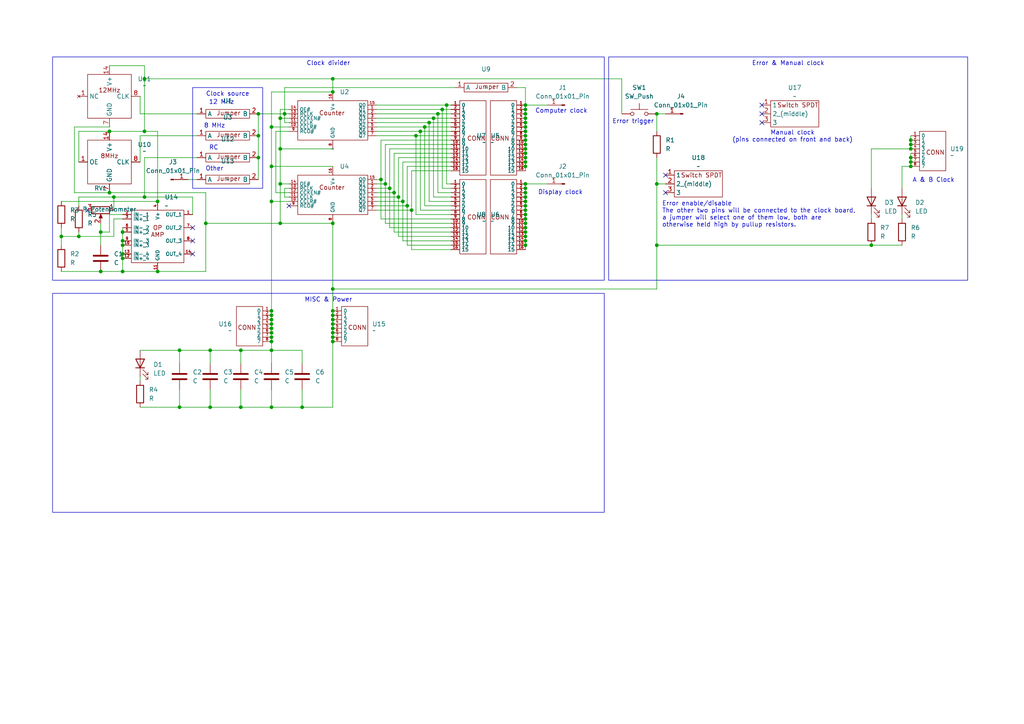
<source format=kicad_sch>
(kicad_sch (version 20231120) (generator "eeschema") (generator_version "8.0")
  (paper "A4")
  (lib_symbols
    (symbol "Connector:Conn_01x01_Pin" (pin_names (offset 1.016) hide)
      (property "Reference" "J" (at 0 2.54 0))
      (property "Value" "Conn_01x01_Pin" (at 0 -2.54 0))
      (symbol "Conn_01x01_Pin_1_1"
        (polyline (pts (xy 1.27 0) (xy 0.8636 0)) (stroke (width 0.1524)))
        (rectangle (start 0.8636 0.127) (end 0 -0.127) (stroke (width 0.1524)) (fill (type outline)))
        (pin passive line (at 5.08 0 180) (length 3.81) (name "Pin_1") (number "1"))
      )
    )
    (symbol "Device:C" (pin_numbers hide) (pin_names (offset 0.254))
      (property "Reference" "C" (at 0.635 2.54 0))
      (property "Value" "C" (at 0.635 -2.54 0))
      (symbol "C_0_1"
        (polyline (pts (xy -2.032 -0.762) (xy 2.032 -0.762)) (stroke (width 0.508)))
        (polyline (pts (xy -2.032 0.762) (xy 2.032 0.762)) (stroke (width 0.508)))
      )
      (symbol "C_1_1"
        (pin passive line (at 0 3.81 270) (length 2.794) (name "~") (number "1"))
        (pin passive line (at 0 -3.81 90) (length 2.794) (name "~") (number "2"))
      )
    )
    (symbol "Device:LED" (pin_numbers hide) (pin_names (offset 1.016) hide)
      (property "Reference" "D" (at 0 2.54 0))
      (property "Value" "LED" (at 0 -2.54 0))
      (symbol "LED_0_1"
        (polyline (pts (xy -1.27 -1.27) (xy -1.27 1.27)) (stroke (width 0.254)))
        (polyline (pts (xy -1.27 0) (xy 1.27 0)))
        (polyline (pts (xy 1.27 -1.27) (xy 1.27 1.27) (xy -1.27 0) (xy 1.27 -1.27)) (stroke (width 0.254)))
        (polyline (pts (xy -3.048 -0.762) (xy -4.572 -2.286) (xy -3.81 -2.286) (xy -4.572 -2.286) (xy -4.572 -1.524)))
        (polyline (pts (xy -1.778 -0.762) (xy -3.302 -2.286) (xy -2.54 -2.286) (xy -3.302 -2.286) (xy -3.302 -1.524)))
      )
      (symbol "LED_1_1"
        (pin passive line (at -3.81 0 0) (length 2.54) (name "K") (number "1"))
        (pin passive line (at 3.81 0 180) (length 2.54) (name "A") (number "2"))
      )
    )
    (symbol "Device:R" (pin_numbers hide) (pin_names (offset 0))
      (property "Reference" "R" (at 2.032 0 90))
      (property "Value" "R" (at 0 0 90))
      (symbol "R_0_1"
        (rectangle (start -1.016 -2.54) (end 1.016 2.54) (stroke (width 0.254)))
      )
      (symbol "R_1_1"
        (pin passive line (at 0 3.81 270) (length 1.27) (name "~") (number "1"))
        (pin passive line (at 0 -3.81 90) (length 1.27) (name "~") (number "2"))
      )
    )
    (symbol "Device:R_Potentiometer" (pin_names (offset 1.016) hide)
      (property "Reference" "RV" (at -4.445 0 90))
      (property "Value" "R_Potentiometer" (at -2.54 0 90))
      (symbol "R_Potentiometer_0_1"
        (polyline (pts (xy 2.54 0) (xy 1.524 0)))
        (polyline (pts (xy 1.143 0) (xy 2.286 0.508) (xy 2.286 -0.508) (xy 1.143 0)) (fill (type outline)))
        (rectangle (start 1.016 2.54) (end -1.016 -2.54) (stroke (width 0.254)))
      )
      (symbol "R_Potentiometer_1_1"
        (pin passive line (at 0 3.81 270) (length 1.27) (name "1") (number "1"))
        (pin passive line (at 3.81 0 180) (length 1.27) (name "2") (number "2"))
        (pin passive line (at 0 -3.81 90) (length 1.27) (name "3") (number "3"))
      )
    )
    (symbol "Switch:SW_Push" (pin_numbers hide) (pin_names (offset 1.016) hide)
      (property "Reference" "SW" (at 1.27 2.54 0))
      (property "Value" "SW_Push" (at 0 -1.524 0))
      (symbol "SW_Push_0_1"
        (circle (center -2.032 0) (radius 0.508))
        (polyline (pts (xy 0 1.27) (xy 0 3.048)))
        (polyline (pts (xy 2.54 1.27) (xy -2.54 1.27)))
        (circle (center 2.032 0) (radius 0.508))
        (pin passive line (at -5.08 0 0) (length 2.54) (name "1") (number "1"))
        (pin passive line (at 5.08 0 180) (length 2.54) (name "2") (number "2"))
      )
    )
    (symbol "custom_symbol_lib:8_bit_counter"
      (property "Reference" "U" (at 0 0.254 0))
      (symbol "8_bit_counter_0_1"
        (rectangle (start -10.16 6.35) (end 10.16 -5.08))
      )
      (symbol "8_bit_counter_1_1"
        (text "Counter" (at -0.254 2.794 0) (effects (font (size 1.27 1.27))))
        (pin output line (at 12.7 3.81 180) (length 2.54) (name "Q1") (number "1"))
        (pin input line (at -12.7 -1.27 0) (length 2.54) (name "CCLR#") (number "10"))
        (pin input line (at -12.7 0 0) (length 2.54) (name "CCLK") (number "11"))
        (pin input line (at -12.7 1.27 0) (length 2.54) (name "CCKEN#") (number "12"))
        (pin input line (at -12.7 2.54 0) (length 2.54) (name "RCLK") (number "13"))
        (pin input line (at -12.7 3.81 0) (length 2.54) (name "OE#") (number "14"))
        (pin output line (at 12.7 5.08 180) (length 2.54) (name "Q0") (number "15"))
        (pin power_in line (at 0 8.89 270) (length 2.54) (name "V+") (number "16"))
        (pin output line (at 12.7 2.54 180) (length 2.54) (name "Q2") (number "2"))
        (pin output line (at 12.7 1.27 180) (length 2.54) (name "Q3") (number "3"))
        (pin output line (at 12.7 0 180) (length 2.54) (name "Q4") (number "4"))
        (pin output line (at 12.7 -1.27 180) (length 2.54) (name "Q5") (number "5"))
        (pin output line (at 12.7 -2.54 180) (length 2.54) (name "Q6") (number "6"))
        (pin output line (at 12.7 -3.81 180) (length 2.54) (name "Q7") (number "7"))
        (pin power_in line (at 0 -7.62 90) (length 2.54) (name "GND") (number "8"))
        (pin output line (at -12.7 -2.54 0) (length 2.54) (name "RCO#") (number "9"))
      )
    )
    (symbol "custom_symbol_lib:OP_AMP_quad"
      (property "Reference" "U" (at -0.254 -2.54 0))
      (symbol "OP_AMP_quad_1_1"
        (rectangle (start -7.62 7.62) (end 7.62 -7.62))
        (text "OP\nAMP" (at 0 1.524 0) (effects (font (size 1.27 1.27))))
        (pin output line (at 10.16 6.35 180) (length 2.54) (name "OUT_1") (number "1"))
        (pin input line (at -10.16 -2.54 0) (length 2.54) (name "IN+_3") (number "10"))
        (pin power_in line (at 0 -10.16 90) (length 2.54) (name "GND") (number "11"))
        (pin input line (at -10.16 -6.35 0) (length 2.54) (name "IN+_4") (number "12"))
        (pin input line (at -10.16 -5.08 0) (length 2.54) (name "IN-_4") (number "13"))
        (pin output line (at 10.16 -5.08 180) (length 2.54) (name "OUT_4") (number "14"))
        (pin input line (at -10.16 6.35 0) (length 2.54) (name "IN-_1") (number "2"))
        (pin input line (at -10.16 5.08 0) (length 2.54) (name "IN+_1") (number "3"))
        (pin power_in line (at 0 10.16 270) (length 2.54) (name "V+") (number "4"))
        (pin input line (at -10.16 1.27 0) (length 2.54) (name "IN+_2") (number "5"))
        (pin input line (at -10.16 2.54 0) (length 2.54) (name "IN-_2") (number "6"))
        (pin output line (at 10.16 2.54 180) (length 2.54) (name "OUT_2") (number "7"))
        (pin output line (at 10.16 -1.27 180) (length 2.54) (name "OUT_3") (number "8"))
        (pin input line (at -10.16 -1.27 0) (length 2.54) (name "IN-_3") (number "9"))
      )
    )
    (symbol "custom_symbol_lib:clock_12_mhz"
      (property "Reference" "U" (at 0 0 0))
      (symbol "clock_12_mhz_0_1"
        (rectangle (start -6.35 6.35) (end 6.35 -6.35))
      )
      (symbol "clock_12_mhz_1_1"
        (text "12MHz" (at 0 1.778 0) (effects (font (size 1.27 1.27))))
        (pin no_connect line (at -8.89 0 0) (length 2.54) (name "NC") (number "1"))
        (pin power_in line (at 0 8.89 270) (length 2.54) (name "V+") (number "14"))
        (pin power_in line (at 0 -8.89 90) (length 2.54) (name "GND") (number "7"))
        (pin output line (at 8.89 0 180) (length 2.54) (name "CLK") (number "8"))
      )
    )
    (symbol "custom_symbol_lib:clock_8_mhz"
      (property "Reference" "U" (at 4.064 -4.064 0))
      (symbol "clock_8_mhz_0_1"
        (rectangle (start -6.35 6.35) (end 6.35 -6.35))
      )
      (symbol "clock_8_mhz_1_1"
        (text "8MHz" (at 0 1.778 0) (effects (font (size 1.27 1.27))))
        (pin input line (at -8.89 0 0) (length 2.54) (name "OE") (number "1"))
        (pin power_in line (at 0 8.89 270) (length 2.54) (name "V+") (number "14"))
        (pin power_in line (at 0 -8.89 90) (length 2.54) (name "GND") (number "7"))
        (pin output line (at 8.89 0 180) (length 2.54) (name "CLK") (number "8"))
      )
    )
    (symbol "custom_symbol_lib:connector_16_bit"
      (property "Reference" "U" (at 3.048 -2.032 0))
      (symbol "connector_16_bit_0_1"
        (rectangle (start -1.27 11.43) (end 6.35 -10.16))
      )
      (symbol "connector_16_bit_1_1"
        (text "CONN" (at 3.556 0.508 0) (effects (font (size 1.27 1.27))))
        (pin input line (at -3.81 10.16 0) (length 2.54) (name "0") (number "1"))
        (pin input line (at -3.81 -1.27 0) (length 2.54) (name "9") (number "10"))
        (pin input line (at -3.81 -2.54 0) (length 2.54) (name "10") (number "11"))
        (pin input line (at -3.81 -3.81 0) (length 2.54) (name "11") (number "12"))
        (pin input line (at -3.81 -5.08 0) (length 2.54) (name "12") (number "13"))
        (pin input line (at -3.81 -6.35 0) (length 2.54) (name "13") (number "14"))
        (pin input line (at -3.81 -7.62 0) (length 2.54) (name "14") (number "15"))
        (pin input line (at -3.81 -8.89 0) (length 2.54) (name "15") (number "16"))
        (pin input line (at -3.81 8.89 0) (length 2.54) (name "1") (number "2"))
        (pin input line (at -3.81 7.62 0) (length 2.54) (name "2") (number "3"))
        (pin input line (at -3.81 6.35 0) (length 2.54) (name "3") (number "4"))
        (pin input line (at -3.81 5.08 0) (length 2.54) (name "4") (number "5"))
        (pin input line (at -3.81 3.81 0) (length 2.54) (name "5") (number "6"))
        (pin input line (at -3.81 2.54 0) (length 2.54) (name "6") (number "7"))
        (pin input line (at -3.81 1.27 0) (length 2.54) (name "7") (number "8"))
        (pin input line (at -3.81 0 0) (length 2.54) (name "8") (number "9"))
      )
    )
    (symbol "custom_symbol_lib:connector_8_bit"
      (property "Reference" "U" (at 2.032 -2.032 0))
      (symbol "connector_8_bit_0_1"
        (rectangle (start -1.27 6.35) (end 6.35 -5.08))
      )
      (symbol "connector_8_bit_1_1"
        (text "CONN" (at 3.302 0.254 0) (effects (font (size 1.27 1.27))))
        (pin input line (at -3.81 5.08 0) (length 2.54) (name "0") (number "1"))
        (pin input line (at -3.81 3.81 0) (length 2.54) (name "1") (number "2"))
        (pin input line (at -3.81 2.54 0) (length 2.54) (name "2") (number "3"))
        (pin input line (at -3.81 1.27 0) (length 2.54) (name "3") (number "4"))
        (pin input line (at -3.81 0 0) (length 2.54) (name "4") (number "5"))
        (pin input line (at -3.81 -1.27 0) (length 2.54) (name "5") (number "6"))
        (pin input line (at -3.81 -2.54 0) (length 2.54) (name "6") (number "7"))
        (pin input line (at -3.81 -3.81 0) (length 2.54) (name "7") (number "8"))
      )
    )
    (symbol "custom_symbol_lib:jumper_simple"
      (property "Reference" "U" (at 7.366 -1.27 0))
      (symbol "jumper_simple_1_1"
        (rectangle (start -6.35 1.27) (end 6.35 -1.27))
        (text "Jumper" (at 0.254 0.254 0) (effects (font (size 1.27 1.27))))
        (pin bidirectional line (at -8.89 0 0) (length 2.54) (name "A") (number "1"))
        (pin bidirectional line (at 8.89 0 180) (length 2.54) (name "B") (number "2"))
      )
    )
    (symbol "custom_symbol_lib:switch_SPDT"
      (property "Reference" "U" (at 0.508 -2.54 0))
      (symbol "switch_SPDT_0_1"
        (rectangle (start -6.35 3.81) (end 7.62 -3.81))
      )
      (symbol "switch_SPDT_1_1"
        (text "Switch SPDT" (at -0.254 2.54 0) (effects (font (size 1.27 1.27))))
        (pin bidirectional line (at 10.16 2.54 180) (length 2.54) (name "1") (number "1"))
        (pin output line (at 10.16 0 180) (length 2.54) (name "2_(middle)") (number "2"))
        (pin bidirectional line (at 10.16 -2.54 180) (length 2.54) (name "3") (number "3"))
      )
    )
  )
  (junction (at 60.96 101.6))
  (junction (at 152.4 57.15))
  (junction (at 59.69 64.77))
  (junction (at 29.21 78.74))
  (junction (at 35.56 69.85))
  (junction (at 45.72 78.74))
  (junction (at 113.03 54.61))
  (junction (at 74.93 45.72))
  (junction (at 35.56 67.31))
  (junction (at 78.74 97.79))
  (junction (at 129.54 30.48))
  (junction (at 264.16 48.26))
  (junction (at 78.74 101.6))
  (junction (at 152.4 60.96))
  (junction (at 52.07 101.6))
  (junction (at 252.73 71.12))
  (junction (at 152.4 36.83))
  (junction (at 82.55 33.02))
  (junction (at 264.16 41.91))
  (junction (at 123.19 36.83))
  (junction (at 41.91 38.1))
  (junction (at 41.91 57.15))
  (junction (at 152.4 59.69))
  (junction (at 110.49 52.07))
  (junction (at 96.52 22.86))
  (junction (at 45.72 58.42))
  (junction (at 152.4 64.77))
  (junction (at 78.74 96.52))
  (junction (at 119.38 60.96))
  (junction (at 96.52 95.25))
  (junction (at 190.5 53.34))
  (junction (at 115.57 57.15))
  (junction (at 190.5 33.02))
  (junction (at 74.93 33.02))
  (junction (at 81.28 53.34))
  (junction (at 96.52 91.44))
  (junction (at 152.4 41.91))
  (junction (at 35.56 74.93))
  (junction (at 152.4 58.42))
  (junction (at 78.74 99.06))
  (junction (at 152.4 38.1))
  (junction (at 96.52 97.79))
  (junction (at 152.4 67.31))
  (junction (at 152.4 31.75))
  (junction (at 78.74 118.11))
  (junction (at 41.91 22.86))
  (junction (at 152.4 62.23))
  (junction (at 78.74 90.17))
  (junction (at 152.4 44.45))
  (junction (at 22.86 68.58))
  (junction (at 78.74 58.42))
  (junction (at 152.4 33.02))
  (junction (at 78.74 36.83))
  (junction (at 78.74 95.25))
  (junction (at 152.4 34.29))
  (junction (at 152.4 45.72))
  (junction (at 60.96 118.11))
  (junction (at 152.4 35.56))
  (junction (at 152.4 68.58))
  (junction (at 152.4 54.61))
  (junction (at 35.56 78.74))
  (junction (at 190.5 71.12))
  (junction (at 120.65 39.37))
  (junction (at 264.16 43.18))
  (junction (at 78.74 92.71))
  (junction (at 29.21 67.31))
  (junction (at 78.74 93.98))
  (junction (at 96.52 90.17))
  (junction (at 152.4 69.85))
  (junction (at 152.4 63.5))
  (junction (at 87.63 118.11))
  (junction (at 114.3 55.88))
  (junction (at 264.16 45.72))
  (junction (at 31.75 38.1))
  (junction (at 152.4 66.04))
  (junction (at 125.73 34.29))
  (junction (at 264.16 46.99))
  (junction (at 152.4 55.88))
  (junction (at 96.52 93.98))
  (junction (at 96.52 92.71))
  (junction (at 74.93 39.37))
  (junction (at 17.78 68.58))
  (junction (at 81.28 64.77))
  (junction (at 69.85 118.11))
  (junction (at 152.4 48.26))
  (junction (at 121.92 38.1))
  (junction (at 118.11 59.69))
  (junction (at 69.85 101.6))
  (junction (at 152.4 71.12))
  (junction (at 96.52 99.06))
  (junction (at 96.52 96.52))
  (junction (at 127 33.02))
  (junction (at 96.52 26.67))
  (junction (at 78.74 48.26))
  (junction (at 31.75 55.88))
  (junction (at 96.52 64.77))
  (junction (at 35.56 73.66))
  (junction (at 152.4 46.99))
  (junction (at 152.4 43.18))
  (junction (at 78.74 91.44))
  (junction (at 96.52 83.82))
  (junction (at 81.28 43.18))
  (junction (at 152.4 30.48))
  (junction (at 124.46 35.56))
  (junction (at 152.4 39.37))
  (junction (at 81.28 34.29))
  (junction (at 152.4 53.34))
  (junction (at 35.56 71.12))
  (junction (at 128.27 31.75))
  (junction (at 33.02 57.15))
  (junction (at 264.16 40.64))
  (junction (at 111.76 53.34))
  (junction (at 52.07 118.11))
  (junction (at 152.4 40.64))
  (junction (at 116.84 58.42))
  (no_connect (at 55.88 73.66))
  (no_connect (at 55.88 66.04))
  (no_connect (at 193.04 50.8))
  (no_connect (at 220.98 35.56))
  (no_connect (at 55.88 69.85))
  (no_connect (at 220.98 30.48))
  (no_connect (at 83.82 59.69))
  (no_connect (at 25.4 60.96))
  (no_connect (at 193.04 55.88))
  (no_connect (at 220.98 33.02))
  (wire (pts (xy 69.85 118.11) (xy 78.74 118.11)))
  (wire (pts (xy 60.96 118.11) (xy 69.85 118.11)))
  (wire (pts (xy 78.74 26.67) (xy 96.52 26.67)))
  (wire (pts (xy 130.81 45.72) (xy 115.57 45.72)))
  (wire (pts (xy 152.4 60.96) (xy 152.4 62.23)))
  (wire (pts (xy 41.91 19.05) (xy 31.75 19.05)))
  (wire (pts (xy 130.81 58.42) (xy 124.46 58.42)))
  (wire (pts (xy 96.52 64.77) (xy 96.52 83.82)))
  (wire (pts (xy 31.75 36.83) (xy 21.59 36.83)))
  (wire (pts (xy 120.65 39.37) (xy 130.81 39.37)))
  (wire (pts (xy 152.4 59.69) (xy 152.4 60.96)))
  (wire (pts (xy 111.76 53.34) (xy 111.76 64.77)))
  (wire (pts (xy 78.74 113.03) (xy 78.74 118.11)))
  (wire (pts (xy 130.81 48.26) (xy 118.11 48.26)))
  (wire (pts (xy 22.86 67.31) (xy 22.86 68.58)))
  (wire (pts (xy 40.64 39.37) (xy 40.64 46.99)))
  (wire (pts (xy 261.62 62.23) (xy 261.62 63.5)))
  (wire (pts (xy 118.11 71.12) (xy 118.11 59.69)))
  (wire (pts (xy 80.01 38.1) (xy 80.01 55.88)))
  (wire (pts (xy 152.4 44.45) (xy 152.4 45.72)))
  (wire (pts (xy 130.81 40.64) (xy 110.49 40.64)))
  (wire (pts (xy 31.75 55.88) (xy 59.69 55.88)))
  (wire (pts (xy 129.54 53.34) (xy 129.54 30.48)))
  (wire (pts (xy 80.01 55.88) (xy 83.82 55.88)))
  (wire (pts (xy 22.86 57.15) (xy 33.02 57.15)))
  (wire (pts (xy 114.3 55.88) (xy 114.3 67.31)))
  (wire (pts (xy 116.84 58.42) (xy 116.84 46.99)))
  (wire (pts (xy 78.74 95.25) (xy 78.74 96.52)))
  (wire (pts (xy 96.52 43.18) (xy 81.28 43.18)))
  (wire (pts (xy 130.81 53.34) (xy 129.54 53.34)))
  (wire (pts (xy 118.11 48.26) (xy 118.11 59.69)))
  (wire (pts (xy 35.56 78.74) (xy 45.72 78.74)))
  (wire (pts (xy 152.4 40.64) (xy 152.4 41.91)))
  (wire (pts (xy 82.55 35.56) (xy 83.82 35.56)))
  (wire (pts (xy 152.4 45.72) (xy 152.4 46.99)))
  (wire (pts (xy 109.22 38.1) (xy 121.92 38.1)))
  (wire (pts (xy 41.91 57.15) (xy 55.88 57.15)))
  (wire (pts (xy 109.22 36.83) (xy 123.19 36.83)))
  (wire (pts (xy 83.82 58.42) (xy 78.74 58.42)))
  (wire (pts (xy 57.15 39.37) (xy 40.64 39.37)))
  (wire (pts (xy 74.93 33.02) (xy 74.93 39.37)))
  (wire (pts (xy 127 55.88) (xy 127 33.02)))
  (wire (pts (xy 124.46 35.56) (xy 130.81 35.56)))
  (wire (pts (xy 59.69 64.77) (xy 59.69 78.74)))
  (wire (pts (xy 152.4 25.4) (xy 149.86 25.4)))
  (wire (pts (xy 120.65 62.23) (xy 130.81 62.23)))
  (wire (pts (xy 96.52 83.82) (xy 190.5 83.82)))
  (wire (pts (xy 78.74 58.42) (xy 78.74 48.26)))
  (wire (pts (xy 96.52 99.06) (xy 96.52 118.11)))
  (wire (pts (xy 116.84 58.42) (xy 116.84 69.85)))
  (wire (pts (xy 115.57 45.72) (xy 115.57 57.15)))
  (wire (pts (xy 180.34 33.02) (xy 180.34 22.86)))
  (wire (pts (xy 74.93 39.37) (xy 74.93 45.72)))
  (wire (pts (xy 116.84 46.99) (xy 130.81 46.99)))
  (wire (pts (xy 264.16 40.64) (xy 264.16 41.91)))
  (wire (pts (xy 111.76 53.34) (xy 111.76 41.91)))
  (wire (pts (xy 114.3 44.45) (xy 130.81 44.45)))
  (wire (pts (xy 119.38 60.96) (xy 119.38 49.53)))
  (wire (pts (xy 35.56 66.04) (xy 35.56 67.31)))
  (wire (pts (xy 109.22 58.42) (xy 116.84 58.42)))
  (wire (pts (xy 35.56 73.66) (xy 35.56 74.93)))
  (wire (pts (xy 81.28 53.34) (xy 83.82 53.34)))
  (wire (pts (xy 190.5 71.12) (xy 190.5 83.82)))
  (wire (pts (xy 130.81 63.5) (xy 110.49 63.5)))
  (wire (pts (xy 57.15 33.02) (xy 40.64 33.02)))
  (wire (pts (xy 190.5 53.34) (xy 190.5 71.12)))
  (wire (pts (xy 41.91 22.86) (xy 96.52 22.86)))
  (wire (pts (xy 115.57 57.15) (xy 109.22 57.15)))
  (wire (pts (xy 152.4 30.48) (xy 152.4 31.75)))
  (wire (pts (xy 109.22 33.02) (xy 127 33.02)))
  (wire (pts (xy 78.74 99.06) (xy 78.74 101.6)))
  (wire (pts (xy 152.4 57.15) (xy 152.4 58.42)))
  (wire (pts (xy 111.76 41.91) (xy 130.81 41.91)))
  (wire (pts (xy 41.91 22.86) (xy 41.91 19.05)))
  (wire (pts (xy 264.16 46.99) (xy 264.16 48.26)))
  (wire (pts (xy 152.4 35.56) (xy 152.4 36.83)))
  (wire (pts (xy 96.52 99.06) (xy 96.52 97.79)))
  (wire (pts (xy 78.74 92.71) (xy 78.74 91.44)))
  (wire (pts (xy 35.56 63.5) (xy 33.02 63.5)))
  (wire (pts (xy 83.82 33.02) (xy 82.55 33.02)))
  (wire (pts (xy 83.82 54.61) (xy 82.55 54.61)))
  (wire (pts (xy 60.96 101.6) (xy 60.96 105.41)))
  (wire (pts (xy 35.56 71.12) (xy 35.56 73.66)))
  (wire (pts (xy 125.73 57.15) (xy 130.81 57.15)))
  (wire (pts (xy 261.62 48.26) (xy 264.16 48.26)))
  (wire (pts (xy 78.74 101.6) (xy 78.74 105.41)))
  (wire (pts (xy 113.03 54.61) (xy 109.22 54.61)))
  (wire (pts (xy 96.52 118.11) (xy 87.63 118.11)))
  (wire (pts (xy 252.73 71.12) (xy 261.62 71.12)))
  (wire (pts (xy 264.16 41.91) (xy 264.16 43.18)))
  (wire (pts (xy 152.4 34.29) (xy 152.4 35.56)))
  (wire (pts (xy 130.81 60.96) (xy 121.92 60.96)))
  (wire (pts (xy 124.46 58.42) (xy 124.46 35.56)))
  (wire (pts (xy 17.78 58.42) (xy 45.72 58.42)))
  (wire (pts (xy 252.73 43.18) (xy 264.16 43.18)))
  (wire (pts (xy 109.22 60.96) (xy 119.38 60.96)))
  (wire (pts (xy 96.52 90.17) (xy 96.52 91.44)))
  (wire (pts (xy 110.49 63.5) (xy 110.49 52.07)))
  (wire (pts (xy 113.03 43.18) (xy 113.03 54.61)))
  (wire (pts (xy 87.63 105.41) (xy 87.63 101.6)))
  (wire (pts (xy 17.78 78.74) (xy 29.21 78.74)))
  (wire (pts (xy 21.59 55.88) (xy 31.75 55.88)))
  (wire (pts (xy 109.22 35.56) (xy 124.46 35.56)))
  (wire (pts (xy 190.5 45.72) (xy 190.5 53.34)))
  (wire (pts (xy 121.92 38.1) (xy 130.81 38.1)))
  (wire (pts (xy 59.69 55.88) (xy 59.69 64.77)))
  (wire (pts (xy 119.38 49.53) (xy 130.81 49.53)))
  (wire (pts (xy 52.07 118.11) (xy 60.96 118.11)))
  (wire (pts (xy 22.86 68.58) (xy 17.78 68.58)))
  (wire (pts (xy 22.86 68.58) (xy 33.02 68.58)))
  (wire (pts (xy 31.75 38.1) (xy 41.91 38.1)))
  (wire (pts (xy 110.49 40.64) (xy 110.49 52.07)))
  (wire (pts (xy 130.81 55.88) (xy 127 55.88)))
  (wire (pts (xy 152.4 55.88) (xy 152.4 57.15)))
  (wire (pts (xy 69.85 101.6) (xy 69.85 105.41)))
  (wire (pts (xy 190.5 33.02) (xy 193.04 33.02)))
  (wire (pts (xy 158.75 30.48) (xy 152.4 30.48)))
  (wire (pts (xy 130.81 66.04) (xy 113.03 66.04)))
  (wire (pts (xy 120.65 39.37) (xy 120.65 62.23)))
  (wire (pts (xy 115.57 68.58) (xy 115.57 57.15)))
  (wire (pts (xy 96.52 92.71) (xy 96.52 93.98)))
  (wire (pts (xy 78.74 118.11) (xy 87.63 118.11)))
  (wire (pts (xy 82.55 33.02) (xy 82.55 35.56)))
  (wire (pts (xy 78.74 48.26) (xy 78.74 36.83)))
  (wire (pts (xy 74.93 45.72) (xy 74.93 52.07)))
  (wire (pts (xy 123.19 59.69) (xy 130.81 59.69)))
  (wire (pts (xy 123.19 36.83) (xy 130.81 36.83)))
  (wire (pts (xy 74.93 33.02) (xy 82.55 33.02)))
  (wire (pts (xy 82.55 54.61) (xy 82.55 57.15)))
  (wire (pts (xy 52.07 113.03) (xy 52.07 118.11)))
  (wire (pts (xy 125.73 34.29) (xy 125.73 57.15)))
  (wire (pts (xy 81.28 31.75) (xy 81.28 34.29)))
  (wire (pts (xy 152.4 38.1) (xy 152.4 39.37)))
  (wire (pts (xy 152.4 68.58) (xy 152.4 69.85)))
  (wire (pts (xy 190.5 53.34) (xy 193.04 53.34)))
  (wire (pts (xy 113.03 66.04) (xy 113.03 54.61)))
  (wire (pts (xy 78.74 36.83) (xy 83.82 36.83)))
  (wire (pts (xy 152.4 46.99) (xy 152.4 48.26)))
  (wire (pts (xy 35.56 67.31) (xy 35.56 69.85)))
  (wire (pts (xy 152.4 54.61) (xy 152.4 55.88)))
  (wire (pts (xy 114.3 55.88) (xy 114.3 44.45)))
  (wire (pts (xy 128.27 54.61) (xy 130.81 54.61)))
  (wire (pts (xy 118.11 59.69) (xy 109.22 59.69)))
  (wire (pts (xy 127 33.02) (xy 130.81 33.02)))
  (wire (pts (xy 252.73 62.23) (xy 252.73 63.5)))
  (wire (pts (xy 132.08 25.4) (xy 82.55 25.4)))
  (wire (pts (xy 81.28 53.34) (xy 81.28 64.77)))
  (wire (pts (xy 152.4 58.42) (xy 152.4 59.69)))
  (wire (pts (xy 130.81 43.18) (xy 113.03 43.18)))
  (wire (pts (xy 180.34 22.86) (xy 96.52 22.86)))
  (wire (pts (xy 41.91 38.1) (xy 41.91 22.86)))
  (wire (pts (xy 152.4 63.5) (xy 152.4 64.77)))
  (wire (pts (xy 60.96 101.6) (xy 52.07 101.6)))
  (wire (pts (xy 54.61 52.07) (xy 57.15 52.07)))
  (wire (pts (xy 152.4 30.48) (xy 152.4 25.4)))
  (wire (pts (xy 45.72 38.1) (xy 41.91 38.1)))
  (wire (pts (xy 78.74 93.98) (xy 78.74 95.25)))
  (wire (pts (xy 96.52 96.52) (xy 96.52 97.79)))
  (wire (pts (xy 83.82 38.1) (xy 80.01 38.1)))
  (wire (pts (xy 81.28 43.18) (xy 81.28 53.34)))
  (wire (pts (xy 121.92 60.96) (xy 121.92 38.1)))
  (wire (pts (xy 31.75 62.23) (xy 31.75 67.31)))
  (wire (pts (xy 52.07 101.6) (xy 52.07 105.41)))
  (wire (pts (xy 96.52 93.98) (xy 96.52 95.25)))
  (wire (pts (xy 119.38 60.96) (xy 119.38 72.39)))
  (wire (pts (xy 35.56 69.85) (xy 35.56 71.12)))
  (wire (pts (xy 129.54 30.48) (xy 130.81 30.48)))
  (wire (pts (xy 152.4 66.04) (xy 152.4 67.31)))
  (wire (pts (xy 111.76 64.77) (xy 130.81 64.77)))
  (wire (pts (xy 152.4 31.75) (xy 152.4 33.02)))
  (wire (pts (xy 109.22 31.75) (xy 128.27 31.75)))
  (wire (pts (xy 78.74 93.98) (xy 78.74 92.71)))
  (wire (pts (xy 33.02 63.5) (xy 33.02 68.58)))
  (wire (pts (xy 45.72 78.74) (xy 59.69 78.74)))
  (wire (pts (xy 78.74 91.44) (xy 78.74 90.17)))
  (wire (pts (xy 252.73 54.61) (xy 252.73 43.18)))
  (wire (pts (xy 109.22 39.37) (xy 120.65 39.37)))
  (wire (pts (xy 152.4 48.26) (xy 152.4 49.53)))
  (wire (pts (xy 96.52 96.52) (xy 96.52 95.25)))
  (wire (pts (xy 128.27 31.75) (xy 128.27 54.61)))
  (wire (pts (xy 33.02 57.15) (xy 33.02 60.96)))
  (wire (pts (xy 96.52 91.44) (xy 96.52 92.71)))
  (wire (pts (xy 152.4 33.02) (xy 152.4 34.29)))
  (wire (pts (xy 41.91 45.72) (xy 41.91 57.15)))
  (wire (pts (xy 45.72 58.42) (xy 45.72 38.1)))
  (wire (pts (xy 152.4 41.91) (xy 152.4 43.18)))
  (wire (pts (xy 123.19 36.83) (xy 123.19 59.69)))
  (wire (pts (xy 264.16 45.72) (xy 264.16 46.99)))
  (wire (pts (xy 69.85 101.6) (xy 60.96 101.6)))
  (wire (pts (xy 152.4 36.83) (xy 152.4 38.1)))
  (wire (pts (xy 96.52 22.86) (xy 96.52 26.67)))
  (wire (pts (xy 152.4 53.34) (xy 152.4 54.61)))
  (wire (pts (xy 152.4 69.85) (xy 152.4 71.12)))
  (wire (pts (xy 78.74 58.42) (xy 78.74 90.17)))
  (wire (pts (xy 22.86 46.99) (xy 22.86 38.1)))
  (wire (pts (xy 78.74 99.06) (xy 78.74 97.79)))
  (wire (pts (xy 78.74 101.6) (xy 87.63 101.6)))
  (wire (pts (xy 152.4 62.23) (xy 152.4 63.5)))
  (wire (pts (xy 40.64 109.22) (xy 40.64 110.49)))
  (wire (pts (xy 81.28 64.77) (xy 96.52 64.77)))
  (wire (pts (xy 78.74 48.26) (xy 96.52 48.26)))
  (wire (pts (xy 152.4 43.18) (xy 152.4 44.45)))
  (wire (pts (xy 21.59 36.83) (xy 21.59 55.88)))
  (wire (pts (xy 119.38 72.39) (xy 130.81 72.39)))
  (wire (pts (xy 82.55 25.4) (xy 82.55 33.02)))
  (wire (pts (xy 130.81 71.12) (xy 118.11 71.12)))
  (wire (pts (xy 152.4 71.12) (xy 152.4 72.39)))
  (wire (pts (xy 152.4 64.77) (xy 152.4 66.04)))
  (wire (pts (xy 116.84 69.85) (xy 130.81 69.85)))
  (wire (pts (xy 261.62 54.61) (xy 261.62 48.26)))
  (wire (pts (xy 55.88 62.23) (xy 55.88 57.15)))
  (wire (pts (xy 69.85 113.03) (xy 69.85 118.11)))
  (wire (pts (xy 83.82 31.75) (xy 81.28 31.75)))
  (wire (pts (xy 82.55 57.15) (xy 83.82 57.15)))
  (wire (pts (xy 81.28 34.29) (xy 83.82 34.29)))
  (wire (pts (xy 152.4 39.37) (xy 152.4 40.64)))
  (wire (pts (xy 22.86 57.15) (xy 22.86 59.69)))
  (wire (pts (xy 264.16 44.45) (xy 264.16 45.72)))
  (wire (pts (xy 114.3 67.31) (xy 130.81 67.31)))
  (wire (pts (xy 17.78 68.58) (xy 17.78 71.12)))
  (wire (pts (xy 29.21 78.74) (xy 35.56 78.74)))
  (wire (pts (xy 125.73 34.29) (xy 130.81 34.29)))
  (wire (pts (xy 96.52 83.82) (xy 96.52 90.17)))
  (wire (pts (xy 22.86 38.1) (xy 31.75 38.1)))
  (wire (pts (xy 78.74 36.83) (xy 78.74 26.67)))
  (wire (pts (xy 87.63 118.11) (xy 87.63 113.03)))
  (wire (pts (xy 29.21 64.77) (xy 29.21 67.31)))
  (wire (pts (xy 17.78 66.04) (xy 17.78 68.58)))
  (wire (pts (xy 190.5 33.02) (xy 190.5 38.1)))
  (wire (pts (xy 35.56 74.93) (xy 35.56 78.74)))
  (wire (pts (xy 128.27 31.75) (xy 130.81 31.75)))
  (wire (pts (xy 78.74 97.79) (xy 78.74 96.52)))
  (wire (pts (xy 40.64 118.11) (xy 52.07 118.11)))
  (wire (pts (xy 57.15 45.72) (xy 41.91 45.72)))
  (wire (pts (xy 33.02 57.15) (xy 41.91 57.15)))
  (wire (pts (xy 40.64 33.02) (xy 40.64 27.94)))
  (wire (pts (xy 190.5 71.12) (xy 252.73 71.12)))
  (wire (pts (xy 81.28 34.29) (xy 81.28 43.18)))
  (wire (pts (xy 78.74 101.6) (xy 69.85 101.6)))
  (wire (pts (xy 35.56 62.23) (xy 31.75 62.23)))
  (wire (pts (xy 264.16 39.37) (xy 264.16 40.64)))
  (wire (pts (xy 109.22 30.48) (xy 129.54 30.48)))
  (wire (pts (xy 60.96 113.03) (xy 60.96 118.11)))
  (wire (pts (xy 109.22 34.29) (xy 125.73 34.29)))
  (wire (pts (xy 109.22 55.88) (xy 114.3 55.88)))
  (wire (pts (xy 110.49 52.07) (xy 109.22 52.07)))
  (wire (pts (xy 158.75 53.34) (xy 152.4 53.34)))
  (wire (pts (xy 152.4 67.31) (xy 152.4 68.58)))
  (wire (pts (xy 29.21 67.31) (xy 29.21 71.12)))
  (wire (pts (xy 31.75 67.31) (xy 29.21 67.31)))
  (wire (pts (xy 130.81 68.58) (xy 115.57 68.58)))
  (wire (pts (xy 52.07 101.6) (xy 40.64 101.6)))
  (wire (pts (xy 59.69 64.77) (xy 81.28 64.77)))
  (wire (pts (xy 109.22 53.34) (xy 111.76 53.34)))
  (text_box "Error & Manual clock" (at 176.53 16.51 0) (size 104.14 64.77) (effects (font (size 1.27 1.27)) (justify top)))
  (text_box "MISC & Power" (at 15.24 85.09 0) (size 160.02 63.5) (effects (font (size 1.27 1.27)) (justify top)))
  (text_box "Clock divider" (at 15.24 16.51 0) (size 160.02 64.77) (effects (font (size 1.27 1.27)) (justify top)))
  (text_box "Clock source" (at 55.88 25.4 0) (size 20.32 29.21) (effects (font (size 1.27 1.27)) (justify top)))
  (text "12 MHz" (at 64.262 29.718 0) (effects (font (size 1.27 1.27))))
  (text "Error enable/disable\nThe other two pins will be connected to the clock board,\na jumper will select one of them low, both are\notherwise held high by pullup resistors." (at 192.024 62.23 0) (effects (font (size 1.27 1.27)) (justify left)))
  (text "Other" (at 62.23 49.022 0) (effects (font (size 1.27 1.27))))
  (text "Display clock" (at 162.56 55.88 0) (effects (font (size 1.27 1.27))))
  (text "Computer clock" (at 162.814 32.258 0) (effects (font (size 1.27 1.27))))
  (text "8 MHz" (at 62.23 36.576 0) (effects (font (size 1.27 1.27))))
  (text "Manual clock\n(pins connected on front and back)" (at 229.87 39.624 0) (effects (font (size 1.27 1.27))))
  (text "Error trigger" (at 183.642 35.306 0) (effects (font (size 1.27 1.27))))
  (text "A & B Clock" (at 270.764 52.324 0) (effects (font (size 1.27 1.27))))
  (text "RC" (at 61.976 42.926 0) (effects (font (size 1.27 1.27))))
  (symbol (lib_id "Device:R") (at 17.78 62.23 0) (unit 1)
    (property "Reference" "R3" (at 20.32 60.9599 0) (effects (justify left)))
    (property "Value" "R" (at 20.32 63.4999 0) (effects (justify left)))
    (property "Footprint" "custom_footprint_library:0.4_pitch_resistor" (effects (hide yes)))
    (property "Description" "Resistor" (effects (hide yes)))
  )
  (symbol (lib_id "Device:R") (at 40.64 114.3 0) (unit 1)
    (property "Reference" "R4" (at 43.18 113.0299 0) (effects (justify left)))
    (property "Value" "R" (at 43.18 115.5699 0) (effects (justify left)))
    (property "Footprint" "custom_footprint_library:0.4_pitch_resistor" (effects (hide yes)))
    (property "Description" "Resistor" (effects (hide yes)))
  )
  (symbol (lib_id "custom_symbol_lib:clock_8_mhz") (at 31.75 46.99 0) (unit 1)
    (property "Reference" "U10" (at 41.91 41.9414 0))
    (property "Value" "~" (at 41.91 43.8465 0))
    (property "Footprint" "custom_footprint_library:crystal_dip_14" (effects (hide yes)))
    (property "Datasheet" "https://datasheet4u.com/pdf-down/M/X/O/MXO45_CTS.pdf" (effects (hide yes)))
  )
  (symbol (lib_id "Device:R") (at 190.5 41.91 0) (unit 1)
    (property "Reference" "R1" (at 193.04 40.6399 0) (effects (justify left)))
    (property "Value" "R" (at 193.04 43.1799 0) (effects (justify left)))
    (property "Footprint" "custom_footprint_library:0.4_pitch_resistor" (effects (hide yes)))
    (property "Description" "Resistor" (effects (hide yes)))
  )
  (symbol (lib_id "custom_symbol_lib:jumper_simple") (at 66.04 33.02 0) (unit 1)
    (property "Reference" "U1" (at 66.04 29.21 0))
    (property "Value" "~" (at 66.04 33.02 0))
    (property "Footprint" "Connector_PinHeader_2.54mm:PinHeader_1x02_P2.54mm_Vertical" (effects (hide yes)))
  )
  (symbol (lib_id "Connector:Conn_01x01_Pin") (at 163.83 53.34 0) (mirror y) (unit 1)
    (property "Reference" "J2" (at 163.195 48.26 0))
    (property "Value" "Conn_01x01_Pin" (at 163.195 50.8 0))
    (property "Footprint" "Connector_PinHeader_2.54mm:PinHeader_1x01_P2.54mm_Vertical" (effects (hide yes)))
    (property "Description" "Generic connector, single row, 01x01, script generated" (effects (hide yes)))
  )
  (symbol (lib_id "custom_symbol_lib:jumper_simple") (at 140.97 25.4 0) (unit 1)
    (property "Reference" "U9" (at 140.97 20.066 0))
    (property "Value" "~" (at 140.97 25.4 0))
    (property "Footprint" "Connector_PinHeader_2.54mm:PinHeader_1x02_P2.54mm_Vertical" (effects (hide yes)))
  )
  (symbol (lib_id "Device:R") (at 261.62 67.31 0) (unit 1)
    (property "Reference" "R6" (at 264.16 66.0399 0) (effects (justify left)))
    (property "Value" "R" (at 264.16 68.5799 0) (effects (justify left)))
    (property "Footprint" "custom_footprint_library:0.4_pitch_resistor" (effects (hide yes)))
    (property "Description" "Resistor" (effects (hide yes)))
  )
  (symbol (lib_id "Device:C") (at 87.63 109.22 0) (unit 1)
    (property "Reference" "C6" (at 91.44 107.9499 0) (effects (justify left)))
    (property "Value" "C" (at 91.44 110.4899 0) (effects (justify left)))
    (property "Footprint" "Capacitor_THT:C_Rect_L10.3mm_W4.5mm_P7.50mm_MKS4" (effects (hide yes)))
    (property "Description" "Unpolarized capacitor" (effects (hide yes)))
  )
  (symbol (lib_id "Switch:SW_Push") (at 185.42 33.02 0) (unit 1)
    (property "Reference" "SW1" (at 185.42 25.4 0))
    (property "Value" "SW_Push" (at 185.42 27.94 0))
    (property "Footprint" "Button_Switch_THT:SW_PUSH_6mm" (effects (hide yes)))
    (property "Description" "Push button switch, generic, two pins" (effects (hide yes)))
  )
  (symbol (lib_id "Device:C") (at 69.85 109.22 0) (unit 1)
    (property "Reference" "C4" (at 73.66 107.9499 0) (effects (justify left)))
    (property "Value" "C" (at 73.66 110.4899 0) (effects (justify left)))
    (property "Footprint" "Capacitor_THT:C_Rect_L10.3mm_W4.5mm_P7.50mm_MKS4" (effects (hide yes)))
    (property "Description" "Unpolarized capacitor" (effects (hide yes)))
  )
  (symbol (lib_id "Device:LED") (at 252.73 58.42 90) (unit 1)
    (property "Reference" "D3" (at 256.54 58.7374 90) (effects (justify right)))
    (property "Value" "LED" (at 256.54 61.2774 90) (effects (justify right)))
    (property "Footprint" "LED_THT:LED_D3.0mm" (effects (hide yes)))
    (property "Description" "Light emitting diode" (effects (hide yes)))
  )
  (symbol (lib_id "Device:C") (at 52.07 109.22 0) (unit 1)
    (property "Reference" "C2" (at 55.88 107.9499 0) (effects (justify left)))
    (property "Value" "C" (at 55.88 110.4899 0) (effects (justify left)))
    (property "Footprint" "Capacitor_THT:C_Rect_L10.3mm_W4.5mm_P7.50mm_MKS4" (effects (hide yes)))
    (property "Description" "Unpolarized capacitor" (effects (hide yes)))
  )
  (symbol (lib_id "custom_symbol_lib:connector_8_bit") (at 74.93 95.25 0) (mirror y) (unit 1)
    (property "Reference" "U16" (at 67.31 93.9799 0) (effects (justify left)))
    (property "Value" "~" (at 67.31 95.885 0) (effects (justify left)))
    (property "Footprint" "Connector_PinHeader_2.54mm:PinHeader_1x08_P2.54mm_Vertical" (effects (hide yes)))
  )
  (symbol (lib_id "custom_symbol_lib:connector_16_bit") (at 148.59 40.64 0) (mirror y) (unit 1)
    (property "Reference" "U7" (at 140.97 39.3699 0) (effects (justify left)))
    (property "Value" "~" (at 140.97 41.275 0) (effects (justify left)))
    (property "Footprint" "Connector_PinHeader_2.54mm:PinHeader_1x16_P2.54mm_Vertical" (effects (hide yes)))
  )
  (symbol (lib_id "custom_symbol_lib:jumper_simple") (at 66.04 52.07 0) (unit 1)
    (property "Reference" "U13" (at 66.04 46.736 0))
    (property "Value" "~" (at 66.04 52.07 0))
    (property "Footprint" "Connector_PinHeader_2.54mm:PinHeader_1x02_P2.54mm_Vertical" (effects (hide yes)))
  )
  (symbol (lib_id "custom_symbol_lib:jumper_simple") (at 66.04 45.72 0) (unit 1)
    (property "Reference" "U12" (at 66.04 40.386 0))
    (property "Value" "~" (at 66.04 45.72 0))
    (property "Footprint" "Connector_PinHeader_2.54mm:PinHeader_1x02_P2.54mm_Vertical" (effects (hide yes)))
  )
  (symbol (lib_id "custom_symbol_lib:jumper_simple") (at 66.04 39.37 0) (unit 1)
    (property "Reference" "U3" (at 66.04 34.036 0))
    (property "Value" "~" (at 66.04 39.37 0))
    (property "Footprint" "Connector_PinHeader_2.54mm:PinHeader_1x02_P2.54mm_Vertical" (effects (hide yes)))
  )
  (symbol (lib_id "custom_symbol_lib:8_bit_counter") (at 96.52 35.56 0) (unit 1)
    (property "Reference" "U2" (at 98.5394 26.67 0) (effects (justify left)))
    (property "Value" "~" (at 96.52 43.18 0))
    (property "Footprint" "Package_DIP:DIP-16_W7.62mm" (effects (hide yes)))
    (property "Datasheet" "https://www.ti.com/lit/ds/symlink/sn74hc590a.pdf" (effects (hide yes)))
  )
  (symbol (lib_id "Device:C") (at 78.74 109.22 0) (unit 1)
    (property "Reference" "C5" (at 82.55 107.9499 0) (effects (justify left)))
    (property "Value" "C" (at 82.55 110.4899 0) (effects (justify left)))
    (property "Footprint" "Capacitor_THT:C_Rect_L10.3mm_W4.5mm_P7.50mm_MKS4" (effects (hide yes)))
    (property "Description" "Unpolarized capacitor" (effects (hide yes)))
  )
  (symbol (lib_id "custom_symbol_lib:OP_AMP_quad") (at 45.72 68.58 0) (unit 1)
    (property "Reference" "U14" (at 47.7394 57.15 0) (effects (justify left)))
    (property "Value" "~" (at 47.7394 59.69 0) (effects (justify left)))
    (property "Footprint" "Package_DIP:DIP-14_W7.62mm" (effects (hide yes)))
  )
  (symbol (lib_id "custom_symbol_lib:switch_SPDT") (at 203.2 53.34 0) (mirror y) (unit 1)
    (property "Reference" "U18" (at 202.565 45.72 0))
    (property "Value" "~" (at 202.565 48.26 0))
    (property "Footprint" "Connector_PinHeader_2.54mm:PinHeader_1x03_P2.54mm_Vertical" (effects (hide yes)))
  )
  (symbol (lib_id "Device:R_Potentiometer") (at 29.21 60.96 270) (unit 1)
    (property "Reference" "RV1" (at 29.21 54.61 90))
    (property "Value" "R_Potentiometer" (at 31.75 60.706 90))
    (property "Footprint" "custom_footprint_library:panel_mount_pot" (effects (hide yes)))
    (property "Datasheet" "https://www.ttelectronics.com/TTElectronics/media/ProductFiles/Datasheet/P160.pdf" (effects (hide yes)))
    (property "Description" "Potentiometer" (effects (hide yes)))
  )
  (symbol (lib_id "custom_symbol_lib:switch_SPDT") (at 231.14 33.02 0) (mirror y) (unit 1)
    (property "Reference" "U17" (at 230.505 25.4 0))
    (property "Value" "~" (at 230.505 27.94 0))
    (property "Footprint" "custom_footprint_library:manual_clock_switch" (effects (hide yes)))
  )
  (symbol (lib_id "custom_symbol_lib:clock_12_mhz") (at 31.75 27.94 0) (unit 1)
    (property "Reference" "U11" (at 41.91 22.8914 0))
    (property "Value" "~" (at 41.91 24.7965 0))
    (property "Footprint" "custom_footprint_library:crystal_dip_14" (effects (hide yes)))
    (property "Datasheet" "https://media.digikey.com/pdf/Data%20Sheets/ECS%20PDFs/ECS-100_Series.pdf" (effects (hide yes)))
  )
  (symbol (lib_id "custom_symbol_lib:connector_16_bit") (at 134.62 40.64 0) (unit 1)
    (property "Reference" "U5" (at 142.24 39.3699 0) (effects (justify left)))
    (property "Value" "~" (at 142.24 41.275 0) (effects (justify left)))
    (property "Footprint" "Connector_PinHeader_2.54mm:PinHeader_1x16_P2.54mm_Vertical" (effects (hide yes)))
  )
  (symbol (lib_id "custom_symbol_lib:8_bit_counter") (at 96.52 57.15 0) (unit 1)
    (property "Reference" "U4" (at 98.5394 48.26 0) (effects (justify left)))
    (property "Value" "~" (at 96.52 64.77 0))
    (property "Footprint" "Package_DIP:DIP-16_W7.62mm" (effects (hide yes)))
    (property "Datasheet" "https://www.ti.com/lit/ds/symlink/sn74hc590a.pdf" (effects (hide yes)))
  )
  (symbol (lib_id "Device:R") (at 252.73 67.31 0) (unit 1)
    (property "Reference" "R7" (at 255.27 66.0399 0) (effects (justify left)))
    (property "Value" "R" (at 255.27 68.5799 0) (effects (justify left)))
    (property "Footprint" "custom_footprint_library:0.4_pitch_resistor" (effects (hide yes)))
    (property "Description" "Resistor" (effects (hide yes)))
  )
  (symbol (lib_id "Device:LED") (at 261.62 58.42 90) (unit 1)
    (property "Reference" "D2" (at 265.43 58.7374 90) (effects (justify right)))
    (property "Value" "LED" (at 265.43 61.2774 90) (effects (justify right)))
    (property "Footprint" "LED_THT:LED_D3.0mm" (effects (hide yes)))
    (property "Description" "Light emitting diode" (effects (hide yes)))
  )
  (symbol (lib_id "Device:R") (at 17.78 74.93 0) (unit 1)
    (property "Reference" "R2" (at 20.32 73.6599 0) (effects (justify left)))
    (property "Value" "R" (at 20.32 76.1999 0) (effects (justify left)))
    (property "Footprint" "custom_footprint_library:0.4_pitch_resistor" (effects (hide yes)))
    (property "Description" "Resistor" (effects (hide yes)))
  )
  (symbol (lib_id "custom_symbol_lib:connector_8_bit") (at 100.33 95.25 0) (unit 1)
    (property "Reference" "U15" (at 107.95 93.9799 0) (effects (justify left)))
    (property "Value" "~" (at 107.95 95.885 0) (effects (justify left)))
    (property "Footprint" "Connector_PinHeader_2.54mm:PinHeader_1x08_P2.54mm_Vertical" (effects (hide yes)))
  )
  (symbol (lib_id "Device:LED") (at 40.64 105.41 90) (unit 1)
    (property "Reference" "D1" (at 44.45 105.7274 90) (effects (justify right)))
    (property "Value" "LED" (at 44.45 108.2674 90) (effects (justify right)))
    (property "Footprint" "LED_THT:LED_D3.0mm" (effects (hide yes)))
    (property "Description" "Light emitting diode" (effects (hide yes)))
  )
  (symbol (lib_id "custom_symbol_lib:connector_16_bit") (at 134.62 63.5 0) (unit 1)
    (property "Reference" "U6" (at 142.24 62.2299 0) (effects (justify left)))
    (property "Value" "~" (at 142.24 64.135 0) (effects (justify left)))
    (property "Footprint" "Connector_PinHeader_2.54mm:PinHeader_1x16_P2.54mm_Vertical" (effects (hide yes)))
  )
  (symbol (lib_id "Connector:Conn_01x01_Pin") (at 198.12 33.02 0) (mirror y) (unit 1)
    (property "Reference" "J4" (at 197.485 27.94 0))
    (property "Value" "Conn_01x01_Pin" (at 197.485 30.48 0))
    (property "Footprint" "Connector_PinHeader_2.54mm:PinHeader_1x01_P2.54mm_Vertical" (effects (hide yes)))
    (property "Description" "Generic connector, single row, 01x01, script generated" (effects (hide yes)))
  )
  (symbol (lib_id "Connector:Conn_01x01_Pin") (at 49.53 52.07 0) (unit 1)
    (property "Reference" "J3" (at 50.165 46.99 0))
    (property "Value" "Conn_01x01_Pin" (at 50.165 49.53 0))
    (property "Footprint" "Connector_PinHeader_2.54mm:PinHeader_1x01_P2.54mm_Vertical" (effects (hide yes)))
    (property "Description" "Generic connector, single row, 01x01, script generated" (effects (hide yes)))
  )
  (symbol (lib_id "custom_symbol_lib:connector_8_bit") (at 267.97 44.45 0) (unit 1)
    (property "Reference" "U19" (at 275.59 43.1799 0) (effects (justify left)))
    (property "Value" "~" (at 275.59 45.085 0) (effects (justify left)))
    (property "Footprint" "Connector_PinHeader_2.54mm:PinHeader_1x08_P2.54mm_Vertical" (effects (hide yes)))
  )
  (symbol (lib_id "Device:C") (at 60.96 109.22 0) (unit 1)
    (property "Reference" "C3" (at 64.77 107.9499 0) (effects (justify left)))
    (property "Value" "C" (at 64.77 110.4899 0) (effects (justify left)))
    (property "Footprint" "Capacitor_THT:C_Rect_L10.3mm_W4.5mm_P7.50mm_MKS4" (effects (hide yes)))
    (property "Description" "Unpolarized capacitor" (effects (hide yes)))
  )
  (symbol (lib_id "custom_symbol_lib:connector_16_bit") (at 148.59 63.5 0) (mirror y) (unit 1)
    (property "Reference" "U8" (at 140.97 62.2299 0) (effects (justify left)))
    (property "Value" "~" (at 140.97 64.135 0) (effects (justify left)))
    (property "Footprint" "Connector_PinHeader_2.54mm:PinHeader_1x16_P2.54mm_Vertical" (effects (hide yes)))
  )
  (symbol (lib_id "Device:R") (at 22.86 63.5 0) (unit 1)
    (property "Reference" "R5" (at 25.4 62.2299 0) (effects (justify left)))
    (property "Value" "R" (at 25.4 64.7699 0) (effects (justify left)))
    (property "Footprint" "custom_footprint_library:0.4_pitch_resistor" (effects (hide yes)))
    (property "Description" "Resistor" (effects (hide yes)))
  )
  (symbol (lib_id "Connector:Conn_01x01_Pin") (at 163.83 30.48 0) (mirror y) (unit 1)
    (property "Reference" "J1" (at 163.195 25.4 0))
    (property "Value" "Conn_01x01_Pin" (at 163.195 27.94 0))
    (property "Footprint" "Connector_PinHeader_2.54mm:PinHeader_1x01_P2.54mm_Vertical" (effects (hide yes)))
    (property "Description" "Generic connector, single row, 01x01, script generated" (effects (hide yes)))
  )
  (symbol (lib_id "Device:C") (at 29.21 74.93 0) (unit 1)
    (property "Reference" "C1" (at 33.02 73.6599 0) (effects (justify left)))
    (property "Value" "C" (at 33.02 76.1999 0) (effects (justify left)))
    (property "Footprint" "Capacitor_THT:CP_Radial_D5.0mm_P2.50mm" (effects (hide yes)))
    (property "Description" "Unpolarized capacitor" (effects (hide yes)))
  )
)
</source>
